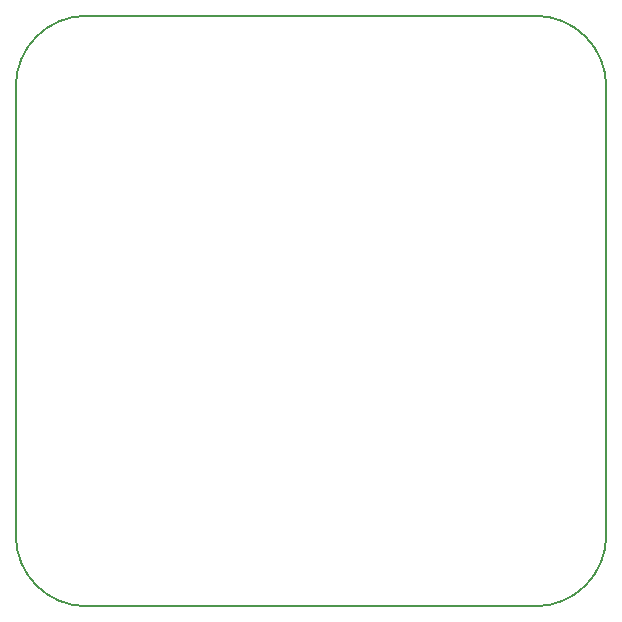
<source format=gbr>
G04 #@! TF.FileFunction,Profile,NP*
%FSLAX46Y46*%
G04 Gerber Fmt 4.6, Leading zero omitted, Abs format (unit mm)*
G04 Created by KiCad (PCBNEW 4.0.2+dfsg1-stable) date Thu 18 Aug 2016 03:04:42 AM CEST*
%MOMM*%
G01*
G04 APERTURE LIST*
%ADD10C,0.100000*%
%ADD11C,0.150000*%
G04 APERTURE END LIST*
D10*
D11*
X130000000Y-108000000D02*
G75*
G03X136000000Y-102000000I0J6000000D01*
G01*
X86000000Y-102000000D02*
G75*
G03X92000000Y-108000000I6000000J0D01*
G01*
X92000000Y-58000000D02*
G75*
G03X86000000Y-64000000I0J-6000000D01*
G01*
X136000000Y-64000000D02*
G75*
G03X130000000Y-58000000I-6000000J0D01*
G01*
X136000000Y-102000000D02*
X136000000Y-64000000D01*
X92000000Y-108000000D02*
X130000000Y-108000000D01*
X86000000Y-64000000D02*
X86000000Y-102000000D01*
X130000000Y-58000000D02*
X92000000Y-58000000D01*
M02*

</source>
